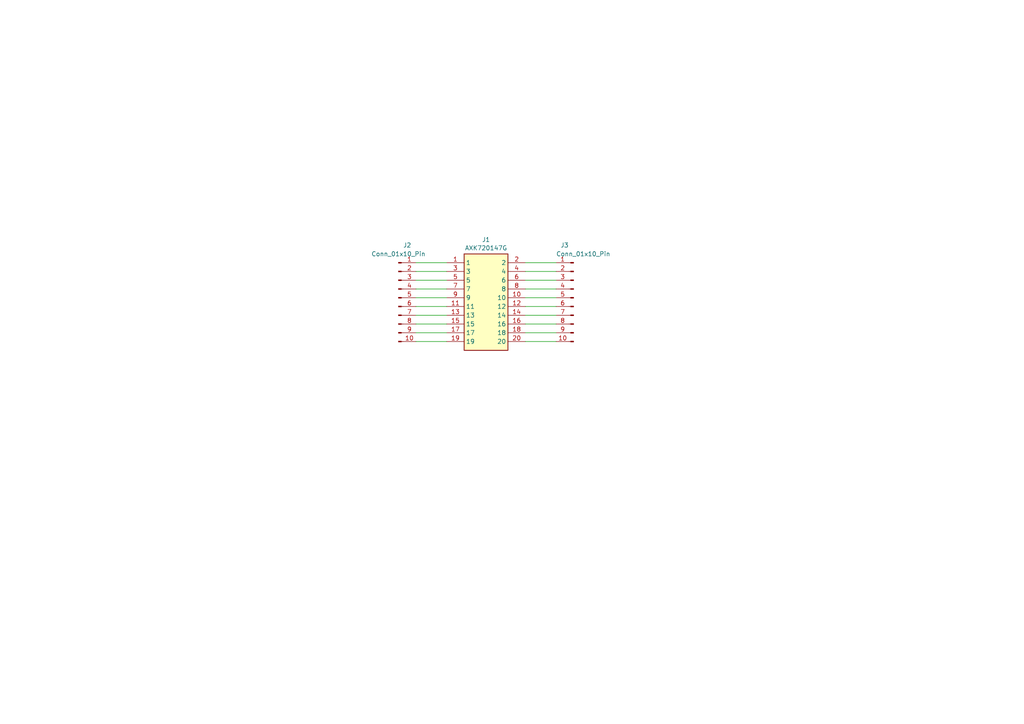
<source format=kicad_sch>
(kicad_sch (version 20230121) (generator eeschema)
  (paper "A4")
  (lib_symbols
    (symbol "AXK720147G:AXK720147G"
      (property "Reference" "J" (at 19.05 7.62 0))
      (property "Value" "AXK720147G" (at 19.05 5.08 0))
      (symbol "AXK720147G_1_1"
        (rectangle (start 5.08 2.54) (end 17.78 -25.4) (stroke (width 0.254)) (fill (type background)))
        (pin passive line (at 0 0 0) (length 5.08) (name "1") (number "1"))
        (pin passive line (at 22.86 -10.16 180) (length 5.08) (name "10") (number "10"))
        (pin passive line (at 0 -12.7 0) (length 5.08) (name "11") (number "11"))
        (pin passive line (at 22.86 -12.7 180) (length 5.08) (name "12") (number "12"))
        (pin passive line (at 0 -15.24 0) (length 5.08) (name "13") (number "13"))
        (pin passive line (at 22.86 -15.24 180) (length 5.08) (name "14") (number "14"))
        (pin passive line (at 0 -17.78 0) (length 5.08) (name "15") (number "15"))
        (pin passive line (at 22.86 -17.78 180) (length 5.08) (name "16") (number "16"))
        (pin passive line (at 0 -20.32 0) (length 5.08) (name "17") (number "17"))
        (pin passive line (at 22.86 -20.32 180) (length 5.08) (name "18") (number "18"))
        (pin passive line (at 0 -22.86 0) (length 5.08) (name "19") (number "19"))
        (pin passive line (at 22.86 0 180) (length 5.08) (name "2") (number "2"))
        (pin passive line (at 22.86 -22.86 180) (length 5.08) (name "20") (number "20"))
        (pin passive line (at 0 -2.54 0) (length 5.08) (name "3") (number "3"))
        (pin passive line (at 22.86 -2.54 180) (length 5.08) (name "4") (number "4"))
        (pin passive line (at 0 -5.08 0) (length 5.08) (name "5") (number "5"))
        (pin passive line (at 22.86 -5.08 180) (length 5.08) (name "6") (number "6"))
        (pin passive line (at 0 -7.62 0) (length 5.08) (name "7") (number "7"))
        (pin passive line (at 22.86 -7.62 180) (length 5.08) (name "8") (number "8"))
        (pin passive line (at 0 -10.16 0) (length 5.08) (name "9") (number "9"))
      )
    )
    (symbol "Connector:Conn_01x10_Pin" (pin_names (offset 1.016) hide)
      (property "Reference" "J" (at 0 12.7 0))
      (property "Value" "Conn_01x10_Pin" (at 0 -15.24 0))
      (symbol "Conn_01x10_Pin_1_1"
        (polyline (pts (xy 1.27 -12.7) (xy 0.8636 -12.7)) (stroke (width 0.1524)))
        (polyline (pts (xy 1.27 -10.16) (xy 0.8636 -10.16)) (stroke (width 0.1524)))
        (polyline (pts (xy 1.27 -7.62) (xy 0.8636 -7.62)) (stroke (width 0.1524)))
        (polyline (pts (xy 1.27 -5.08) (xy 0.8636 -5.08)) (stroke (width 0.1524)))
        (polyline (pts (xy 1.27 -2.54) (xy 0.8636 -2.54)) (stroke (width 0.1524)))
        (polyline (pts (xy 1.27 0) (xy 0.8636 0)) (stroke (width 0.1524)))
        (polyline (pts (xy 1.27 2.54) (xy 0.8636 2.54)) (stroke (width 0.1524)))
        (polyline (pts (xy 1.27 5.08) (xy 0.8636 5.08)) (stroke (width 0.1524)))
        (polyline (pts (xy 1.27 7.62) (xy 0.8636 7.62)) (stroke (width 0.1524)))
        (polyline (pts (xy 1.27 10.16) (xy 0.8636 10.16)) (stroke (width 0.1524)))
        (rectangle (start 0.8636 -12.573) (end 0 -12.827) (stroke (width 0.1524)) (fill (type outline)))
        (rectangle (start 0.8636 -10.033) (end 0 -10.287) (stroke (width 0.1524)) (fill (type outline)))
        (rectangle (start 0.8636 -7.493) (end 0 -7.747) (stroke (width 0.1524)) (fill (type outline)))
        (rectangle (start 0.8636 -4.953) (end 0 -5.207) (stroke (width 0.1524)) (fill (type outline)))
        (rectangle (start 0.8636 -2.413) (end 0 -2.667) (stroke (width 0.1524)) (fill (type outline)))
        (rectangle (start 0.8636 0.127) (end 0 -0.127) (stroke (width 0.1524)) (fill (type outline)))
        (rectangle (start 0.8636 2.667) (end 0 2.413) (stroke (width 0.1524)) (fill (type outline)))
        (rectangle (start 0.8636 5.207) (end 0 4.953) (stroke (width 0.1524)) (fill (type outline)))
        (rectangle (start 0.8636 7.747) (end 0 7.493) (stroke (width 0.1524)) (fill (type outline)))
        (rectangle (start 0.8636 10.287) (end 0 10.033) (stroke (width 0.1524)) (fill (type outline)))
        (pin passive line (at 5.08 10.16 180) (length 3.81) (name "Pin_1") (number "1"))
        (pin passive line (at 5.08 -12.7 180) (length 3.81) (name "Pin_10") (number "10"))
        (pin passive line (at 5.08 7.62 180) (length 3.81) (name "Pin_2") (number "2"))
        (pin passive line (at 5.08 5.08 180) (length 3.81) (name "Pin_3") (number "3"))
        (pin passive line (at 5.08 2.54 180) (length 3.81) (name "Pin_4") (number "4"))
        (pin passive line (at 5.08 0 180) (length 3.81) (name "Pin_5") (number "5"))
        (pin passive line (at 5.08 -2.54 180) (length 3.81) (name "Pin_6") (number "6"))
        (pin passive line (at 5.08 -5.08 180) (length 3.81) (name "Pin_7") (number "7"))
        (pin passive line (at 5.08 -7.62 180) (length 3.81) (name "Pin_8") (number "8"))
        (pin passive line (at 5.08 -10.16 180) (length 3.81) (name "Pin_9") (number "9"))
      )
    )
  )
  (wire (pts (xy 120.65 86.36) (xy 129.54 86.36)))
  (wire (pts (xy 152.4 86.36) (xy 161.29 86.36)))
  (wire (pts (xy 152.4 91.44) (xy 161.29 91.44)))
  (wire (pts (xy 152.4 93.98) (xy 161.29 93.98)))
  (wire (pts (xy 120.65 81.28) (xy 129.54 81.28)))
  (wire (pts (xy 152.4 83.82) (xy 161.29 83.82)))
  (wire (pts (xy 152.4 81.28) (xy 161.29 81.28)))
  (wire (pts (xy 120.65 96.52) (xy 129.54 96.52)))
  (wire (pts (xy 152.4 96.52) (xy 161.29 96.52)))
  (wire (pts (xy 120.65 76.2) (xy 129.54 76.2)))
  (wire (pts (xy 152.4 88.9) (xy 161.29 88.9)))
  (wire (pts (xy 152.4 99.06) (xy 161.29 99.06)))
  (wire (pts (xy 152.4 78.74) (xy 161.29 78.74)))
  (wire (pts (xy 152.4 76.2) (xy 161.29 76.2)))
  (wire (pts (xy 120.65 91.44) (xy 129.54 91.44)))
  (wire (pts (xy 120.65 78.74) (xy 129.54 78.74)))
  (wire (pts (xy 120.65 83.82) (xy 129.54 83.82)))
  (wire (pts (xy 120.65 99.06) (xy 129.54 99.06)))
  (wire (pts (xy 120.65 88.9) (xy 129.54 88.9)))
  (wire (pts (xy 120.65 93.98) (xy 129.54 93.98)))
  (symbol (lib_id "Connector:Conn_01x10_Pin") (at 166.37 86.36 0) (mirror y) (unit 1)
    (property "Reference" "J3" (at 162.56 71.12 0) (effects (justify right)))
    (property "Value" "Conn_01x10_Pin" (at 161.29 73.66 0) (effects (justify right)))
    (property "Footprint" "Connector_PinHeader_1.00mm:PinHeader_1x10_P1.00mm_Vertical" (effects hide))
  )
  (symbol (lib_id "AXK720147G:AXK720147G") (at 129.54 76.2 0) (unit 1)
    (property "Reference" "J1" (at 140.97 69.5157 0))
    (property "Value" "AXK720147G" (at 140.97 71.9399 0))
    (property "Footprint" "AXK720147G" (effects hide))
    (property "Datasheet" "https://www3.panasonic.biz/ac/cdn/e/control/connector/base-fpc/catalog/con_eng_p4.pdf" (effects hide))
    (property "Height" "1.7" (effects hide))
    (property "Mouser Part Number" "769-AXK720147G" (effects hide))
    (property "Mouser Price/Stock" "https://www.mouser.co.uk/ProductDetail/Panasonic-Industrial-Devices/AXK720147G?qs=2rFUEsTwVNyMn8fCVCU3dA%3D%3D" (effects hide))
    (property "Manufacturer_Name" "Panasonic" (effects hide))
    (property "Manufacturer_Part_Number" "AXK720147G" (effects hide))
  )
  (symbol (lib_id "Connector:Conn_01x10_Pin") (at 115.57 86.36 0) (unit 1)
    (property "Reference" "J2" (at 118.11 71.12 0))
    (property "Value" "Conn_01x10_Pin" (at 115.57 73.66 0))
    (property "Footprint" "Connector_PinHeader_1.00mm:PinHeader_1x10_P1.00mm_Vertical" (effects hide))
  )
)
</source>
